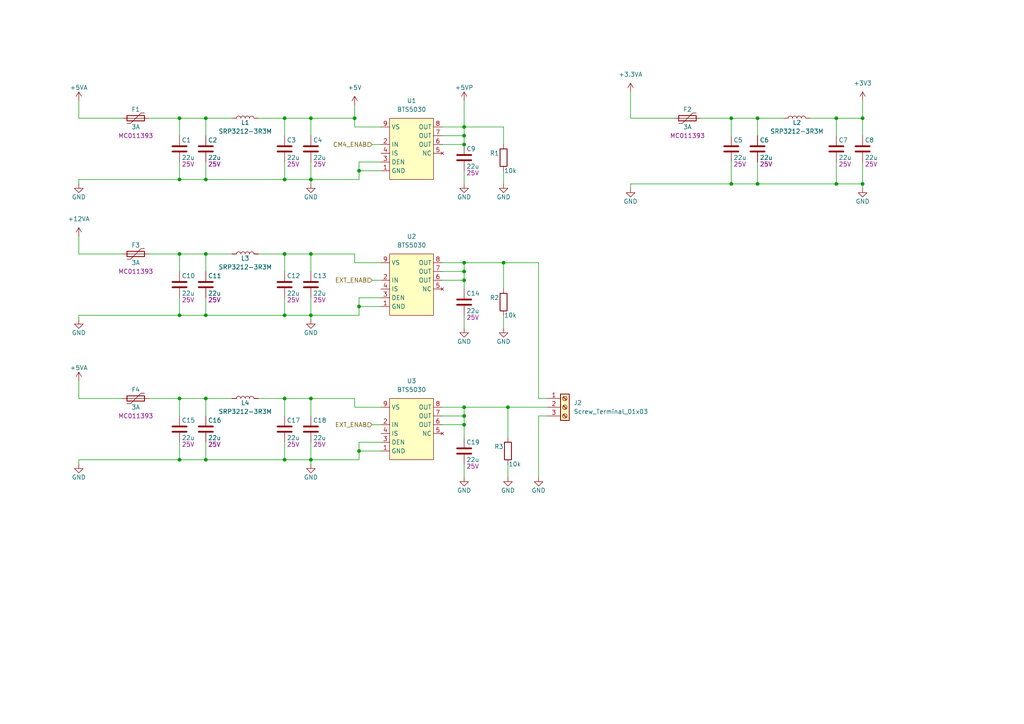
<source format=kicad_sch>
(kicad_sch (version 20211123) (generator eeschema)
  (paper "A4")
  (title_block (title "Cockpit CPU Card") (date "2023-01-21") (rev "A") (company "https://github.com/peterheinrich/DA20-C1-ProcedureTrainer") (comment 1 "Open Hardware") (comment 2 "License: CERN-OHL-P") (comment 3 "© 2023 by Peter Heinrich") (comment 4 "DA20 Hardware Cockpit Simulator Project"))
  (lib_symbols
    (symbol "00_LocalLib:BTS5030"
      (property "Reference" "U" (at 6.35 1.27 0))
      (property "Value" "BTS5030" (at 6.35 -19.05 0))
      (symbol "BTS5030_0_1"
        (rectangle (start 0 0) (end 12.7 -17.78) (fill (type background)))
      )
      (symbol "BTS5030_1_1"
        (pin power_in line (at -2.54 -15.24 0) (length 2.54) (name "GND") (number "1"))
        (pin input line (at -2.54 -7.62 0) (length 2.54) (name "IN") (number "2"))
        (pin input line (at -2.54 -12.7 0) (length 2.54) (name "DEN") (number "3"))
        (pin output line (at -2.54 -10.16 0) (length 2.54) (name "IS") (number "4"))
        (pin no_connect line (at 15.24 -10.16 180) (length 2.54) (name "NC") (number "5"))
        (pin power_in line (at 15.24 -7.62 180) (length 2.54) (name "OUT") (number "6"))
        (pin power_in line (at 15.24 -5.08 180) (length 2.54) (name "OUT") (number "7"))
        (pin power_in line (at 15.24 -2.54 180) (length 2.54) (name "OUT") (number "8"))
        (pin power_in line (at -2.54 -2.54 0) (length 2.54) (name "VS") (number "9"))
      )
    )
    (symbol "00_LocalLib:SRP3212-3R3M" (pin_numbers hide) (pin_names (offset 1.016) hide)
      (property "Reference" "L" (at -1.27 0 90))
      (property "Value" "SRP3212-3R3M" (at 1.905 0 90))
      (symbol "SRP3212-3R3M_0_1"
        (arc (start 0 -2.54) (mid 0.635 -1.905) (end 0 -1.27))
        (arc (start 0 -1.27) (mid 0.635 -0.635) (end 0 0))
        (arc (start 0 0) (mid 0.635 0.635) (end 0 1.27))
        (arc (start 0 1.27) (mid 0.635 1.905) (end 0 2.54))
      )
      (symbol "SRP3212-3R3M_1_1"
        (pin passive line (at 0 3.81 270) (length 1.27) (name "1") (number "1"))
        (pin passive line (at 0 -3.81 90) (length 1.27) (name "2") (number "2"))
      )
    )
    (symbol "BTS5030_1"
      (property "Reference" "U" (at 6.35 1.27 0))
      (property "Value" "BTS5030_1" (at 6.35 -19.05 0))
      (symbol "BTS5030_1_0_1"
        (rectangle (start 0 0) (end 12.7 -17.78) (fill (type background)))
      )
      (symbol "BTS5030_1_1_1"
        (pin power_in line (at -2.54 -15.24 0) (length 2.54) (name "GND") (number "1"))
        (pin input line (at -2.54 -7.62 0) (length 2.54) (name "IN") (number "2"))
        (pin input line (at -2.54 -12.7 0) (length 2.54) (name "DEN") (number "3"))
        (pin output line (at -2.54 -10.16 0) (length 2.54) (name "IS") (number "4"))
        (pin no_connect line (at 15.24 -10.16 180) (length 2.54) (name "NC") (number "5"))
        (pin power_in line (at 15.24 -7.62 180) (length 2.54) (name "OUT") (number "6"))
        (pin power_in line (at 15.24 -5.08 180) (length 2.54) (name "OUT") (number "7"))
        (pin power_in line (at 15.24 -2.54 180) (length 2.54) (name "OUT") (number "8"))
        (pin power_in line (at -2.54 -2.54 0) (length 2.54) (name "VS") (number "9"))
      )
    )
    (symbol "BTS5030_2"
      (property "Reference" "U" (at 6.35 1.27 0))
      (property "Value" "BTS5030_2" (at 6.35 -19.05 0))
      (symbol "BTS5030_2_0_1"
        (rectangle (start 0 0) (end 12.7 -17.78) (fill (type background)))
      )
      (symbol "BTS5030_2_1_1"
        (pin power_in line (at -2.54 -15.24 0) (length 2.54) (name "GND") (number "1"))
        (pin input line (at -2.54 -7.62 0) (length 2.54) (name "IN") (number "2"))
        (pin input line (at -2.54 -12.7 0) (length 2.54) (name "DEN") (number "3"))
        (pin output line (at -2.54 -10.16 0) (length 2.54) (name "IS") (number "4"))
        (pin no_connect line (at 15.24 -10.16 180) (length 2.54) (name "NC") (number "5"))
        (pin power_in line (at 15.24 -7.62 180) (length 2.54) (name "OUT") (number "6"))
        (pin power_in line (at 15.24 -5.08 180) (length 2.54) (name "OUT") (number "7"))
        (pin power_in line (at 15.24 -2.54 180) (length 2.54) (name "OUT") (number "8"))
        (pin power_in line (at -2.54 -2.54 0) (length 2.54) (name "VS") (number "9"))
      )
    )
    (symbol "Connector:Screw_Terminal_01x03" (pin_names (offset 1.016) hide)
      (property "Reference" "J" (at 0 5.08 0))
      (property "Value" "Screw_Terminal_01x03" (at 0 -5.08 0))
      (symbol "Screw_Terminal_01x03_1_1"
        (rectangle (start -1.27 3.81) (end 1.27 -3.81) (stroke (width 0.254)) (fill (type background)))
        (circle (center 0 -2.54) (radius 0.635) (stroke (width 0.1524)))
        (polyline (pts (xy -0.5334 -2.2098) (xy 0.3302 -3.048)) (stroke (width 0.1524)))
        (polyline (pts (xy -0.5334 0.3302) (xy 0.3302 -0.508)) (stroke (width 0.1524)))
        (polyline (pts (xy -0.5334 2.8702) (xy 0.3302 2.032)) (stroke (width 0.1524)))
        (polyline (pts (xy -0.3556 -2.032) (xy 0.508 -2.8702)) (stroke (width 0.1524)))
        (polyline (pts (xy -0.3556 0.508) (xy 0.508 -0.3302)) (stroke (width 0.1524)))
        (polyline (pts (xy -0.3556 3.048) (xy 0.508 2.2098)) (stroke (width 0.1524)))
        (circle (center 0 0) (radius 0.635) (stroke (width 0.1524)))
        (circle (center 0 2.54) (radius 0.635) (stroke (width 0.1524)))
        (pin passive line (at -5.08 2.54 0) (length 3.81) (name "Pin_1") (number "1"))
        (pin passive line (at -5.08 0 0) (length 3.81) (name "Pin_2") (number "2"))
        (pin passive line (at -5.08 -2.54 0) (length 3.81) (name "Pin_3") (number "3"))
      )
    )
    (symbol "Device:C" (pin_numbers hide) (pin_names (offset 0.254))
      (property "Reference" "C" (at 0.635 2.54 0))
      (property "Value" "C" (at 0.635 -2.54 0))
      (symbol "C_0_1"
        (polyline (pts (xy -2.032 -0.762) (xy 2.032 -0.762)) (stroke (width 0.508)))
        (polyline (pts (xy -2.032 0.762) (xy 2.032 0.762)) (stroke (width 0.508)))
      )
      (symbol "C_1_1"
        (pin passive line (at 0 3.81 270) (length 2.794) (name "~") (number "1"))
        (pin passive line (at 0 -3.81 90) (length 2.794) (name "~") (number "2"))
      )
    )
    (symbol "Device:Polyfuse" (pin_numbers hide) (pin_names (offset 0))
      (property "Reference" "F" (at -2.54 0 90))
      (property "Value" "Polyfuse" (at 2.54 0 90))
      (symbol "Polyfuse_0_1"
        (rectangle (start -0.762 2.54) (end 0.762 -2.54) (stroke (width 0.254)))
        (polyline (pts (xy 0 2.54) (xy 0 -2.54)))
        (polyline (pts (xy -1.524 2.54) (xy -1.524 1.524) (xy 1.524 -1.524) (xy 1.524 -2.54)))
      )
      (symbol "Polyfuse_1_1"
        (pin passive line (at 0 3.81 270) (length 1.27) (name "~") (number "1"))
        (pin passive line (at 0 -3.81 90) (length 1.27) (name "~") (number "2"))
      )
    )
    (symbol "Device:R" (pin_numbers hide) (pin_names (offset 0))
      (property "Reference" "R" (at 2.032 0 90))
      (property "Value" "R" (at 0 0 90))
      (symbol "R_0_1"
        (rectangle (start -1.016 -2.54) (end 1.016 2.54) (stroke (width 0.254)))
      )
      (symbol "R_1_1"
        (pin passive line (at 0 3.81 270) (length 1.27) (name "~") (number "1"))
        (pin passive line (at 0 -3.81 90) (length 1.27) (name "~") (number "2"))
      )
    )
    (symbol "power:+12VA" (power) (pin_names (offset 0))
      (property "Value" "+12VA" (at 0 3.556 0))
      (symbol "+12VA_0_1"
        (polyline (pts (xy -0.762 1.27) (xy 0 2.54)))
        (polyline (pts (xy 0 0) (xy 0 2.54)))
        (polyline (pts (xy 0 2.54) (xy 0.762 1.27)))
      )
      (symbol "+12VA_1_1"
        (pin power_in line (at 0 0 90) (length 0) hide (name "+12VA") (number "1"))
      )
    )
    (symbol "power:+3.3VA" (power) (pin_names (offset 0))
      (property "Value" "+3.3VA" (at 0 3.556 0))
      (symbol "+3.3VA_0_1"
        (polyline (pts (xy -0.762 1.27) (xy 0 2.54)))
        (polyline (pts (xy 0 0) (xy 0 2.54)))
        (polyline (pts (xy 0 2.54) (xy 0.762 1.27)))
      )
      (symbol "+3.3VA_1_1"
        (pin power_in line (at 0 0 90) (length 0) hide (name "+3.3VA") (number "1"))
      )
    )
    (symbol "power:+3V3" (power) (pin_names (offset 0))
      (property "Value" "+3V3" (at 0 3.556 0))
      (symbol "+3V3_0_1"
        (polyline (pts (xy -0.762 1.27) (xy 0 2.54)))
        (polyline (pts (xy 0 0) (xy 0 2.54)))
        (polyline (pts (xy 0 2.54) (xy 0.762 1.27)))
      )
      (symbol "+3V3_1_1"
        (pin power_in line (at 0 0 90) (length 0) hide (name "+3V3") (number "1"))
      )
    )
    (symbol "power:+5V" (power) (pin_names (offset 0))
      (property "Value" "+5V" (at 0 3.556 0))
      (symbol "+5V_0_1"
        (polyline (pts (xy -0.762 1.27) (xy 0 2.54)))
        (polyline (pts (xy 0 0) (xy 0 2.54)))
        (polyline (pts (xy 0 2.54) (xy 0.762 1.27)))
      )
      (symbol "+5V_1_1"
        (pin power_in line (at 0 0 90) (length 0) hide (name "+5V") (number "1"))
      )
    )
    (symbol "power:+5VA" (power) (pin_names (offset 0))
      (property "Value" "+5VA" (at 0 3.556 0))
      (symbol "+5VA_0_1"
        (polyline (pts (xy -0.762 1.27) (xy 0 2.54)))
        (polyline (pts (xy 0 0) (xy 0 2.54)))
        (polyline (pts (xy 0 2.54) (xy 0.762 1.27)))
      )
      (symbol "+5VA_1_1"
        (pin power_in line (at 0 0 90) (length 0) hide (name "+5VA") (number "1"))
      )
    )
    (symbol "power:+5VP" (power) (pin_names (offset 0))
      (property "Value" "+5VP" (at 0 3.556 0))
      (symbol "+5VP_0_1"
        (polyline (pts (xy -0.762 1.27) (xy 0 2.54)))
        (polyline (pts (xy 0 0) (xy 0 2.54)))
        (polyline (pts (xy 0 2.54) (xy 0.762 1.27)))
      )
      (symbol "+5VP_1_1"
        (pin power_in line (at 0 0 90) (length 0) hide (name "+5VP") (number "1"))
      )
    )
    (symbol "power:GND" (power) (pin_names (offset 0))
      (property "Value" "GND" (at 0 -3.81 0))
      (symbol "GND_0_1"
        (polyline (pts (xy 0 0) (xy 0 -1.27) (xy 1.27 -1.27) (xy 0 -2.54) (xy -1.27 -1.27) (xy 0 -1.27)))
      )
      (symbol "GND_1_1"
        (pin power_in line (at 0 0 270) (length 0) hide (name "GND") (number "1"))
      )
    )
  )
  (junction (at 52.07 115.57))
  (junction (at 146.05 76.2))
  (junction (at 82.55 34.29))
  (junction (at 134.62 78.74))
  (junction (at 104.14 49.53))
  (junction (at 52.07 34.29))
  (junction (at 90.17 52.07))
  (junction (at 52.07 52.07))
  (junction (at 212.09 53.34))
  (junction (at 90.17 73.66))
  (junction (at 104.14 130.81))
  (junction (at 59.69 91.44))
  (junction (at 82.55 73.66))
  (junction (at 90.17 133.35))
  (junction (at 250.19 34.29))
  (junction (at 82.55 133.35))
  (junction (at 82.55 91.44))
  (junction (at 59.69 133.35))
  (junction (at 59.69 115.57))
  (junction (at 52.07 73.66))
  (junction (at 134.62 76.2))
  (junction (at 242.57 53.34))
  (junction (at 242.57 34.29))
  (junction (at 134.62 36.83))
  (junction (at 134.62 118.11))
  (junction (at 52.07 91.44))
  (junction (at 59.69 73.66))
  (junction (at 134.62 39.37))
  (junction (at 59.69 34.29))
  (junction (at 219.71 34.29))
  (junction (at 90.17 115.57))
  (junction (at 250.19 53.34))
  (junction (at 102.87 34.29))
  (junction (at 212.09 34.29))
  (junction (at 82.55 115.57))
  (junction (at 104.14 88.9))
  (junction (at 90.17 91.44))
  (junction (at 219.71 53.34))
  (junction (at 59.69 52.07))
  (junction (at 134.62 120.65))
  (junction (at 134.62 81.28))
  (junction (at 147.32 118.11))
  (junction (at 52.07 133.35))
  (junction (at 134.62 41.91))
  (junction (at 134.62 123.19))
  (junction (at 90.17 34.29))
  (junction (at 82.55 52.07))
  (wire (pts (xy 90.17 128.27) (xy 90.17 133.35)))
  (wire (pts (xy 102.87 36.83) (xy 110.49 36.83)))
  (wire (pts (xy 59.69 91.44) (xy 52.07 91.44)))
  (wire (pts (xy 134.62 91.44) (xy 134.62 95.25)))
  (wire (pts (xy 82.55 52.07) (xy 59.69 52.07)))
  (wire (pts (xy 250.19 29.21) (xy 250.19 34.29)))
  (wire (pts (xy 90.17 46.99) (xy 90.17 52.07)))
  (wire (pts (xy 128.27 81.28) (xy 134.62 81.28)))
  (wire (pts (xy 59.69 128.27) (xy 59.69 133.35)))
  (wire (pts (xy 22.86 29.21) (xy 22.86 34.29)))
  (wire (pts (xy 242.57 34.29) (xy 242.57 39.37)))
  (wire (pts (xy 22.86 133.35) (xy 22.86 134.62)))
  (wire (pts (xy 52.07 73.66) (xy 59.69 73.66)))
  (wire (pts (xy 250.19 34.29) (xy 250.19 39.37)))
  (wire (pts (xy 43.18 73.66) (xy 52.07 73.66)))
  (wire (pts (xy 134.62 123.19) (xy 134.62 120.65)))
  (wire (pts (xy 146.05 91.44) (xy 146.05 95.25)))
  (wire (pts (xy 90.17 52.07) (xy 90.17 53.34)))
  (wire (pts (xy 90.17 52.07) (xy 104.14 52.07)))
  (wire (pts (xy 146.05 49.53) (xy 146.05 53.34)))
  (wire (pts (xy 43.18 34.29) (xy 52.07 34.29)))
  (wire (pts (xy 102.87 30.48) (xy 102.87 34.29)))
  (wire (pts (xy 250.19 46.99) (xy 250.19 53.34)))
  (wire (pts (xy 82.55 73.66) (xy 82.55 78.74)))
  (wire (pts (xy 128.27 36.83) (xy 134.62 36.83)))
  (wire (pts (xy 110.49 86.36) (xy 104.14 86.36)))
  (wire (pts (xy 110.49 88.9) (xy 104.14 88.9)))
  (wire (pts (xy 182.88 34.29) (xy 195.58 34.29)))
  (wire (pts (xy 22.86 52.07) (xy 22.86 53.34)))
  (wire (pts (xy 147.32 134.62) (xy 147.32 138.43)))
  (wire (pts (xy 182.88 53.34) (xy 212.09 53.34)))
  (wire (pts (xy 59.69 73.66) (xy 59.69 78.74)))
  (wire (pts (xy 134.62 78.74) (xy 134.62 76.2)))
  (wire (pts (xy 219.71 34.29) (xy 227.33 34.29)))
  (wire (pts (xy 110.49 130.81) (xy 104.14 130.81)))
  (wire (pts (xy 52.07 34.29) (xy 52.07 39.37)))
  (wire (pts (xy 212.09 34.29) (xy 212.09 39.37)))
  (wire (pts (xy 43.18 115.57) (xy 52.07 115.57)))
  (wire (pts (xy 212.09 34.29) (xy 219.71 34.29)))
  (wire (pts (xy 134.62 81.28) (xy 134.62 78.74)))
  (wire (pts (xy 90.17 115.57) (xy 90.17 120.65)))
  (wire (pts (xy 182.88 26.67) (xy 182.88 34.29)))
  (wire (pts (xy 128.27 76.2) (xy 134.62 76.2)))
  (wire (pts (xy 110.49 46.99) (xy 104.14 46.99)))
  (wire (pts (xy 107.95 81.28) (xy 110.49 81.28)))
  (wire (pts (xy 128.27 118.11) (xy 134.62 118.11)))
  (wire (pts (xy 134.62 134.62) (xy 134.62 138.43)))
  (wire (pts (xy 82.55 128.27) (xy 82.55 133.35)))
  (wire (pts (xy 82.55 34.29) (xy 82.55 39.37)))
  (wire (pts (xy 104.14 88.9) (xy 104.14 91.44)))
  (wire (pts (xy 104.14 128.27) (xy 104.14 130.81)))
  (wire (pts (xy 134.62 118.11) (xy 147.32 118.11)))
  (wire (pts (xy 128.27 78.74) (xy 134.62 78.74)))
  (wire (pts (xy 134.62 120.65) (xy 134.62 118.11)))
  (wire (pts (xy 242.57 53.34) (xy 219.71 53.34)))
  (wire (pts (xy 59.69 86.36) (xy 59.69 91.44)))
  (wire (pts (xy 74.93 115.57) (xy 82.55 115.57)))
  (wire (pts (xy 219.71 46.99) (xy 219.71 53.34)))
  (wire (pts (xy 146.05 36.83) (xy 146.05 41.91)))
  (wire (pts (xy 203.2 34.29) (xy 212.09 34.29)))
  (wire (pts (xy 90.17 133.35) (xy 90.17 134.62)))
  (wire (pts (xy 59.69 133.35) (xy 52.07 133.35)))
  (wire (pts (xy 250.19 53.34) (xy 250.19 54.61)))
  (wire (pts (xy 102.87 76.2) (xy 110.49 76.2)))
  (wire (pts (xy 82.55 73.66) (xy 90.17 73.66)))
  (wire (pts (xy 104.14 46.99) (xy 104.14 49.53)))
  (wire (pts (xy 52.07 115.57) (xy 52.07 120.65)))
  (wire (pts (xy 90.17 91.44) (xy 82.55 91.44)))
  (wire (pts (xy 146.05 76.2) (xy 156.21 76.2)))
  (wire (pts (xy 59.69 115.57) (xy 67.31 115.57)))
  (wire (pts (xy 219.71 53.34) (xy 212.09 53.34)))
  (wire (pts (xy 90.17 91.44) (xy 104.14 91.44)))
  (wire (pts (xy 52.07 115.57) (xy 59.69 115.57)))
  (wire (pts (xy 234.95 34.29) (xy 242.57 34.29)))
  (wire (pts (xy 134.62 36.83) (xy 134.62 29.21)))
  (wire (pts (xy 22.86 110.49) (xy 22.86 115.57)))
  (wire (pts (xy 102.87 118.11) (xy 110.49 118.11)))
  (wire (pts (xy 90.17 91.44) (xy 90.17 92.71)))
  (wire (pts (xy 52.07 34.29) (xy 59.69 34.29)))
  (wire (pts (xy 59.69 73.66) (xy 67.31 73.66)))
  (wire (pts (xy 156.21 115.57) (xy 156.21 76.2)))
  (wire (pts (xy 90.17 115.57) (xy 102.87 115.57)))
  (wire (pts (xy 82.55 115.57) (xy 82.55 120.65)))
  (wire (pts (xy 90.17 34.29) (xy 90.17 39.37)))
  (wire (pts (xy 59.69 52.07) (xy 52.07 52.07)))
  (wire (pts (xy 59.69 46.99) (xy 59.69 52.07)))
  (wire (pts (xy 134.62 41.91) (xy 134.62 39.37)))
  (wire (pts (xy 212.09 46.99) (xy 212.09 53.34)))
  (wire (pts (xy 182.88 53.34) (xy 182.88 54.61)))
  (wire (pts (xy 102.87 115.57) (xy 102.87 118.11)))
  (wire (pts (xy 242.57 46.99) (xy 242.57 53.34)))
  (wire (pts (xy 22.86 91.44) (xy 52.07 91.44)))
  (wire (pts (xy 52.07 128.27) (xy 52.07 133.35)))
  (wire (pts (xy 74.93 34.29) (xy 82.55 34.29)))
  (wire (pts (xy 147.32 118.11) (xy 158.75 118.11)))
  (wire (pts (xy 250.19 53.34) (xy 242.57 53.34)))
  (wire (pts (xy 107.95 41.91) (xy 110.49 41.91)))
  (wire (pts (xy 82.55 133.35) (xy 59.69 133.35)))
  (wire (pts (xy 128.27 39.37) (xy 134.62 39.37)))
  (wire (pts (xy 90.17 34.29) (xy 102.87 34.29)))
  (wire (pts (xy 22.86 91.44) (xy 22.86 92.71)))
  (wire (pts (xy 82.55 34.29) (xy 90.17 34.29)))
  (wire (pts (xy 242.57 34.29) (xy 250.19 34.29)))
  (wire (pts (xy 52.07 46.99) (xy 52.07 52.07)))
  (wire (pts (xy 158.75 115.57) (xy 156.21 115.57)))
  (wire (pts (xy 156.21 138.43) (xy 156.21 120.65)))
  (wire (pts (xy 134.62 39.37) (xy 134.62 36.83)))
  (wire (pts (xy 110.49 128.27) (xy 104.14 128.27)))
  (wire (pts (xy 104.14 130.81) (xy 104.14 133.35)))
  (wire (pts (xy 90.17 133.35) (xy 104.14 133.35)))
  (wire (pts (xy 22.86 34.29) (xy 35.56 34.29)))
  (wire (pts (xy 82.55 46.99) (xy 82.55 52.07)))
  (wire (pts (xy 134.62 76.2) (xy 146.05 76.2)))
  (wire (pts (xy 59.69 34.29) (xy 59.69 39.37)))
  (wire (pts (xy 146.05 83.82) (xy 146.05 76.2)))
  (wire (pts (xy 104.14 49.53) (xy 104.14 52.07)))
  (wire (pts (xy 104.14 86.36) (xy 104.14 88.9)))
  (wire (pts (xy 134.62 49.53) (xy 134.62 53.34)))
  (wire (pts (xy 90.17 73.66) (xy 102.87 73.66)))
  (wire (pts (xy 82.55 91.44) (xy 59.69 91.44)))
  (wire (pts (xy 22.86 73.66) (xy 35.56 73.66)))
  (wire (pts (xy 22.86 68.58) (xy 22.86 73.66)))
  (wire (pts (xy 82.55 86.36) (xy 82.55 91.44)))
  (wire (pts (xy 156.21 120.65) (xy 158.75 120.65)))
  (wire (pts (xy 90.17 86.36) (xy 90.17 91.44)))
  (wire (pts (xy 128.27 120.65) (xy 134.62 120.65)))
  (wire (pts (xy 147.32 118.11) (xy 147.32 127)))
  (wire (pts (xy 90.17 133.35) (xy 82.55 133.35)))
  (wire (pts (xy 59.69 34.29) (xy 67.31 34.29)))
  (wire (pts (xy 90.17 52.07) (xy 82.55 52.07)))
  (wire (pts (xy 82.55 115.57) (xy 90.17 115.57)))
  (wire (pts (xy 59.69 115.57) (xy 59.69 120.65)))
  (wire (pts (xy 128.27 123.19) (xy 134.62 123.19)))
  (wire (pts (xy 52.07 86.36) (xy 52.07 91.44)))
  (wire (pts (xy 134.62 123.19) (xy 134.62 127)))
  (wire (pts (xy 134.62 36.83) (xy 146.05 36.83)))
  (wire (pts (xy 128.27 41.91) (xy 134.62 41.91)))
  (wire (pts (xy 219.71 34.29) (xy 219.71 39.37)))
  (wire (pts (xy 22.86 133.35) (xy 52.07 133.35)))
  (wire (pts (xy 22.86 52.07) (xy 52.07 52.07)))
  (wire (pts (xy 22.86 115.57) (xy 35.56 115.57)))
  (wire (pts (xy 134.62 81.28) (xy 134.62 83.82)))
  (wire (pts (xy 107.95 123.19) (xy 110.49 123.19)))
  (wire (pts (xy 74.93 73.66) (xy 82.55 73.66)))
  (wire (pts (xy 102.87 34.29) (xy 102.87 36.83)))
  (wire (pts (xy 90.17 73.66) (xy 90.17 78.74)))
  (wire (pts (xy 52.07 73.66) (xy 52.07 78.74)))
  (wire (pts (xy 110.49 49.53) (xy 104.14 49.53)))
  (wire (pts (xy 102.87 73.66) (xy 102.87 76.2)))
  (hierarchical_label "EXT_ENAB" (shape input) (at 107.95 123.19 180))
  (hierarchical_label "CM4_ENAB" (shape input) (at 107.95 41.91 180))
  (hierarchical_label "EXT_ENAB" (shape input) (at 107.95 81.28 180))
  (symbol (lib_id "power:GND") (at 90.17 53.34 0) (unit 1)
    (property "Reference" "#PWR015" (effects hide))
    (property "Value" "GND" (at 90.17 57.15 0))
  )
  (symbol (lib_id "Device:Polyfuse") (at 199.39 34.29 270) (unit 1)
    (property "Reference" "F2" (at 199.39 31.75 90))
    (property "Value" "3A" (at 199.39 36.83 90))
    (property "Footprint" "Fuse:Fuse_2920_7451Metric" (effects hide))
    (property "Datasheet" "https://www.farnell.com/datasheets/2793111.pdf" (effects hide))
    (property "MPN" "MC011393" (at 199.39 39.37 90))
    (property "ON_FARNELL" "3020672" (effects hide))
  )
  (symbol (lib_id "Device:C") (at 90.17 43.18 0) (unit 1)
    (property "Reference" "C4" (at 90.805 40.64 0) (effects (justify left)))
    (property "Value" "22u" (at 90.805 45.72 0) (effects (justify left)))
    (property "Footprint" "Capacitor_SMD:C_1206_3216Metric" (effects hide))
    (property "Datasheet" "https://www.farnell.com/datasheets/2710709.pdf" (effects hide))
    (property "Vmax" "25V" (at 90.805 47.625 0) (effects (justify left)))
    (property "MPN" "CL31A226KAHNNNE" (effects hide))
    (property "ON_FARNELL" "3013515" (effects hide))
  )
  (symbol (lib_id "00_LocalLib:SRP3212-3R3M") (at 71.12 34.29 90) (unit 1)
    (property "Reference" "L1" (at 71.12 35.56 90))
    (property "Value" "SRP3212-3R3M" (at 71.12 38.1 90))
    (property "Footprint" "00_LocalLib:L_Bourns-SRP3212" (effects hide))
    (property "Datasheet" "https://www.bourns.com/docs/product-datasheets/SRP3212.pdf" (effects hide))
    (property "MPN" "SRP3212-3R3M" (effects hide))
    (property "ON_FARNELL" "3974271" (effects hide))
  )
  (symbol (lib_id "Device:C") (at 212.09 43.18 0) (unit 1)
    (property "Reference" "C5" (at 212.725 40.64 0) (effects (justify left)))
    (property "Value" "22u" (at 212.725 45.72 0) (effects (justify left)))
    (property "Footprint" "Capacitor_SMD:C_1206_3216Metric" (effects hide))
    (property "Datasheet" "https://www.farnell.com/datasheets/2710709.pdf" (effects hide))
    (property "Vmax" "25V" (at 212.725 47.625 0) (effects (justify left)))
    (property "MPN" "CL31A226KAHNNNE" (effects hide))
    (property "ON_FARNELL" "3013515" (effects hide))
  )
  (symbol (lib_id "power:GND") (at 22.86 53.34 0) (unit 1)
    (property "Reference" "#PWR014" (effects hide))
    (property "Value" "GND" (at 22.86 57.15 0))
  )
  (symbol (lib_id "power:GND") (at 90.17 134.62 0) (unit 1)
    (property "Reference" "#PWR027" (effects hide))
    (property "Value" "GND" (at 90.17 138.43 0))
  )
  (symbol (lib_name "BTS5030_2") (lib_id "00_LocalLib:BTS5030") (at 113.03 73.66 0) (unit 1)
    (property "Reference" "U2" (at 119.38 68.58 0))
    (property "Value" "BTS5030" (at 119.38 71.12 0))
    (property "Footprint" "Package_SO:Infineon_PG-DSO-8-43" (effects hide))
    (property "Datasheet" "https://www.farnell.com/datasheets/1932162.pdf" (effects hide))
    (property "MPN" "BTS50301EJAXUMA1" (effects hide))
    (property "ON_FARNELL" "2480570" (effects hide))
  )
  (symbol (lib_id "Device:R") (at 147.32 130.81 0) (mirror y) (unit 1)
    (property "Reference" "R3" (at 146.05 129.54 0) (effects (justify left)))
    (property "Value" "10k" (at 151.13 134.62 0) (effects (justify left)))
    (property "Footprint" "Resistor_SMD:R_0603_1608Metric" (effects hide))
    (property "MPN" "MCMR06X103 JTL" (effects hide))
    (property "ON_FARNELL" "2073356" (effects hide))
  )
  (symbol (lib_id "power:GND") (at 156.21 138.43 0) (unit 1)
    (property "Reference" "#PWR030" (effects hide))
    (property "Value" "GND" (at 156.21 142.24 0))
  )
  (symbol (lib_id "power:GND") (at 182.88 54.61 0) (unit 1)
    (property "Reference" "#PWR018" (effects hide))
    (property "Value" "GND" (at 182.88 58.42 0))
  )
  (symbol (lib_id "Device:C") (at 90.17 82.55 0) (unit 1)
    (property "Reference" "C13" (at 90.805 80.01 0) (effects (justify left)))
    (property "Value" "22u" (at 90.805 85.09 0) (effects (justify left)))
    (property "Footprint" "Capacitor_SMD:C_1206_3216Metric" (effects hide))
    (property "Datasheet" "https://www.farnell.com/datasheets/2710709.pdf" (effects hide))
    (property "Vmax" "25V" (at 90.805 86.995 0) (effects (justify left)))
    (property "MPN" "CL31A226KAHNNNE" (effects hide))
    (property "ON_FARNELL" "3013515" (effects hide))
  )
  (symbol (lib_id "Device:C") (at 82.55 124.46 0) (unit 1)
    (property "Reference" "C17" (at 83.185 121.92 0) (effects (justify left)))
    (property "Value" "22u" (at 83.185 127 0) (effects (justify left)))
    (property "Footprint" "Capacitor_SMD:C_1206_3216Metric" (effects hide))
    (property "Datasheet" "https://www.farnell.com/datasheets/2710709.pdf" (effects hide))
    (property "Vmax" "25V" (at 83.185 128.905 0) (effects (justify left)))
    (property "MPN" "CL31A226KAHNNNE" (effects hide))
    (property "ON_FARNELL" "3013515" (effects hide))
  )
  (symbol (lib_id "Device:C") (at 134.62 130.81 0) (unit 1)
    (property "Reference" "C19" (at 135.255 128.27 0) (effects (justify left)))
    (property "Value" "22u" (at 135.255 133.35 0) (effects (justify left)))
    (property "Footprint" "Capacitor_SMD:C_1206_3216Metric" (effects hide))
    (property "Datasheet" "https://www.farnell.com/datasheets/2710709.pdf" (effects hide))
    (property "Vmax" "25V" (at 135.255 135.255 0) (effects (justify left)))
    (property "MPN" "CL31A226KAHNNNE" (effects hide))
    (property "ON_FARNELL" "3013515" (effects hide))
  )
  (symbol (lib_id "power:+3.3VA") (at 182.88 26.67 0) (unit 1)
    (property "Reference" "#PWR09" (effects hide))
    (property "Value" "+3.3VA" (at 182.88 21.59 0))
  )
  (symbol (lib_id "power:+5VP") (at 134.62 29.21 0) (unit 1)
    (property "Reference" "#PWR011" (effects hide))
    (property "Value" "+5VP" (at 134.62 25.4 0))
  )
  (symbol (lib_id "Device:C") (at 219.71 43.18 0) (unit 1)
    (property "Reference" "C6" (at 220.345 40.64 0) (effects (justify left)))
    (property "Value" "22u" (at 220.345 45.72 0) (effects (justify left)))
    (property "Footprint" "Capacitor_SMD:C_1206_3216Metric" (effects hide))
    (property "Datasheet" "https://www.farnell.com/datasheets/2710709.pdf" (effects hide))
    (property "Vmax" "25V" (at 220.345 47.625 0) (effects (justify left)))
    (property "MPN" "CL31A226KAHNNNE" (effects hide))
    (property "ON_FARNELL" "3013515" (effects hide))
  )
  (symbol (lib_id "Device:R") (at 146.05 87.63 0) (mirror y) (unit 1)
    (property "Reference" "R2" (at 144.78 86.36 0) (effects (justify left)))
    (property "Value" "10k" (at 149.86 91.44 0) (effects (justify left)))
    (property "Footprint" "Resistor_SMD:R_0603_1608Metric" (effects hide))
    (property "MPN" "MCMR06X103 JTL" (effects hide))
    (property "ON_FARNELL" "2073356" (effects hide))
  )
  (symbol (lib_id "Device:C") (at 242.57 43.18 0) (unit 1)
    (property "Reference" "C7" (at 243.205 40.64 0) (effects (justify left)))
    (property "Value" "22u" (at 243.205 45.72 0) (effects (justify left)))
    (property "Footprint" "Capacitor_SMD:C_1206_3216Metric" (effects hide))
    (property "Datasheet" "https://www.farnell.com/datasheets/2710709.pdf" (effects hide))
    (property "Vmax" "25V" (at 243.205 47.625 0) (effects (justify left)))
    (property "MPN" "CL31A226KAHNNNE" (effects hide))
    (property "ON_FARNELL" "3013515" (effects hide))
  )
  (symbol (lib_id "00_LocalLib:SRP3212-3R3M") (at 71.12 73.66 90) (unit 1)
    (property "Reference" "L3" (at 71.12 74.93 90))
    (property "Value" "SRP3212-3R3M" (at 71.12 77.47 90))
    (property "Footprint" "00_LocalLib:L_Bourns-SRP3212" (effects hide))
    (property "Datasheet" "https://www.bourns.com/docs/product-datasheets/SRP3212.pdf" (effects hide))
    (property "MPN" "SRP3212-3R3M" (effects hide))
    (property "ON_FARNELL" "3974271" (effects hide))
  )
  (symbol (lib_id "power:GND") (at 134.62 53.34 0) (unit 1)
    (property "Reference" "#PWR016" (effects hide))
    (property "Value" "GND" (at 134.62 57.15 0))
  )
  (symbol (lib_id "power:GND") (at 134.62 95.25 0) (unit 1)
    (property "Reference" "#PWR023" (effects hide))
    (property "Value" "GND" (at 134.62 99.06 0))
  )
  (symbol (lib_id "Device:C") (at 250.19 43.18 0) (unit 1)
    (property "Reference" "C8" (at 250.825 40.64 0) (effects (justify left)))
    (property "Value" "22u" (at 250.825 45.72 0) (effects (justify left)))
    (property "Footprint" "Capacitor_SMD:C_1206_3216Metric" (effects hide))
    (property "Datasheet" "https://www.farnell.com/datasheets/2710709.pdf" (effects hide))
    (property "Vmax" "25V" (at 250.825 47.625 0) (effects (justify left)))
    (property "MPN" "CL31A226KAHNNNE" (effects hide))
    (property "ON_FARNELL" "3013515" (effects hide))
  )
  (symbol (lib_id "Device:R") (at 146.05 45.72 0) (mirror y) (unit 1)
    (property "Reference" "R1" (at 144.78 44.45 0) (effects (justify left)))
    (property "Value" "10k" (at 149.86 49.53 0) (effects (justify left)))
    (property "Footprint" "Resistor_SMD:R_0603_1608Metric" (effects hide))
    (property "MPN" "MCMR06X103 JTL" (effects hide))
    (property "ON_FARNELL" "2073356" (effects hide))
  )
  (symbol (lib_id "power:GND") (at 22.86 134.62 0) (unit 1)
    (property "Reference" "#PWR026" (effects hide))
    (property "Value" "GND" (at 22.86 138.43 0))
  )
  (symbol (lib_name "BTS5030_1") (lib_id "00_LocalLib:BTS5030") (at 113.03 34.29 0) (unit 1)
    (property "Reference" "U1" (at 119.38 29.21 0))
    (property "Value" "BTS5030" (at 119.38 31.75 0))
    (property "Footprint" "Package_SO:Infineon_PG-DSO-8-43" (effects hide))
    (property "Datasheet" "https://www.farnell.com/datasheets/1932162.pdf" (effects hide))
    (property "MPN" "BTS50301EJAXUMA1" (effects hide))
    (property "ON_FARNELL" "2480570" (effects hide))
  )
  (symbol (lib_id "power:+5V") (at 102.87 30.48 0) (unit 1)
    (property "Reference" "#PWR013" (effects hide))
    (property "Value" "+5V" (at 102.87 25.4 0))
  )
  (symbol (lib_id "power:+12VA") (at 22.86 68.58 0) (unit 1)
    (property "Reference" "#PWR020" (effects hide))
    (property "Value" "+12VA" (at 22.86 63.5 0))
  )
  (symbol (lib_id "Device:C") (at 52.07 124.46 0) (unit 1)
    (property "Reference" "C15" (at 52.705 121.92 0) (effects (justify left)))
    (property "Value" "22u" (at 52.705 127 0) (effects (justify left)))
    (property "Footprint" "Capacitor_SMD:C_1206_3216Metric" (effects hide))
    (property "Datasheet" "https://www.farnell.com/datasheets/2710709.pdf" (effects hide))
    (property "Vmax" "25V" (at 52.705 128.905 0) (effects (justify left)))
    (property "MPN" "CL31A226KAHNNNE" (effects hide))
    (property "ON_FARNELL" "3013515" (effects hide))
  )
  (symbol (lib_id "Device:C") (at 52.07 43.18 0) (unit 1)
    (property "Reference" "C1" (at 52.705 40.64 0) (effects (justify left)))
    (property "Value" "22u" (at 52.705 45.72 0) (effects (justify left)))
    (property "Footprint" "Capacitor_SMD:C_1206_3216Metric" (effects hide))
    (property "Datasheet" "https://www.farnell.com/datasheets/2710709.pdf" (effects hide))
    (property "Vmax" "25V" (at 52.705 47.625 0) (effects (justify left)))
    (property "MPN" "CL31A226KAHNNNE" (effects hide))
    (property "ON_FARNELL" "3013515" (effects hide))
  )
  (symbol (lib_id "00_LocalLib:BTS5030") (at 113.03 115.57 0) (unit 1)
    (property "Reference" "U3" (at 119.38 110.49 0))
    (property "Value" "BTS5030" (at 119.38 113.03 0))
    (property "Footprint" "Package_SO:Infineon_PG-DSO-8-43" (effects hide))
    (property "Datasheet" "https://www.farnell.com/datasheets/1932162.pdf" (effects hide))
    (property "MPN" "BTS50301EJAXUMA1" (effects hide))
    (property "ON_FARNELL" "2480570" (effects hide))
  )
  (symbol (lib_id "Device:Polyfuse") (at 39.37 34.29 270) (unit 1)
    (property "Reference" "F1" (at 39.37 31.75 90))
    (property "Value" "3A" (at 39.37 36.83 90))
    (property "Footprint" "Fuse:Fuse_2920_7451Metric" (effects hide))
    (property "Datasheet" "https://www.farnell.com/datasheets/2793111.pdf" (effects hide))
    (property "MPN" "MC011393" (at 39.37 39.37 90))
    (property "ON_FARNELL" "3020672" (effects hide))
  )
  (symbol (lib_id "Device:C") (at 82.55 82.55 0) (unit 1)
    (property "Reference" "C12" (at 83.185 80.01 0) (effects (justify left)))
    (property "Value" "22u" (at 83.185 85.09 0) (effects (justify left)))
    (property "Footprint" "Capacitor_SMD:C_1206_3216Metric" (effects hide))
    (property "Datasheet" "https://www.farnell.com/datasheets/2710709.pdf" (effects hide))
    (property "Vmax" "25V" (at 83.185 86.995 0) (effects (justify left)))
    (property "MPN" "CL31A226KAHNNNE" (effects hide))
    (property "ON_FARNELL" "3013515" (effects hide))
  )
  (symbol (lib_id "Device:C") (at 59.69 82.55 0) (unit 1)
    (property "Reference" "C11" (at 60.325 80.01 0) (effects (justify left)))
    (property "Value" "22u" (at 60.325 85.09 0) (effects (justify left)))
    (property "Footprint" "Capacitor_SMD:C_1206_3216Metric" (effects hide))
    (property "Datasheet" "https://www.farnell.com/datasheets/2710709.pdf" (effects hide))
    (property "Vmax" "25V" (at 60.325 86.995 0) (effects (justify left)))
    (property "MPN" "CL31A226KAHNNNE" (effects hide))
    (property "ON_FARNELL" "3013515" (effects hide))
  )
  (symbol (lib_id "power:GND") (at 134.62 138.43 0) (unit 1)
    (property "Reference" "#PWR028" (effects hide))
    (property "Value" "GND" (at 134.62 142.24 0))
  )
  (symbol (lib_id "Device:Polyfuse") (at 39.37 73.66 270) (unit 1)
    (property "Reference" "F3" (at 39.37 71.12 90))
    (property "Value" "3A" (at 39.37 76.2 90))
    (property "Footprint" "Fuse:Fuse_2920_7451Metric" (effects hide))
    (property "Datasheet" "https://www.farnell.com/datasheets/2793111.pdf" (effects hide))
    (property "MPN" "MC011393" (at 39.37 78.74 90))
    (property "ON_FARNELL" "3020672" (effects hide))
  )
  (symbol (lib_id "00_LocalLib:SRP3212-3R3M") (at 231.14 34.29 90) (unit 1)
    (property "Reference" "L2" (at 231.14 35.56 90))
    (property "Value" "SRP3212-3R3M" (at 231.14 38.1 90))
    (property "Footprint" "00_LocalLib:L_Bourns-SRP3212" (effects hide))
    (property "Datasheet" "https://www.bourns.com/docs/product-datasheets/SRP3212.pdf" (effects hide))
    (property "MPN" "SRP3212-3R3M" (effects hide))
    (property "ON_FARNELL" "3974271" (effects hide))
  )
  (symbol (lib_id "Device:C") (at 134.62 87.63 0) (unit 1)
    (property "Reference" "C14" (at 135.255 85.09 0) (effects (justify left)))
    (property "Value" "22u" (at 135.255 90.17 0) (effects (justify left)))
    (property "Footprint" "Capacitor_SMD:C_1206_3216Metric" (effects hide))
    (property "Datasheet" "https://www.farnell.com/datasheets/2710709.pdf" (effects hide))
    (property "Vmax" "25V" (at 135.255 92.075 0) (effects (justify left)))
    (property "MPN" "CL31A226KAHNNNE" (effects hide))
    (property "ON_FARNELL" "3013515" (effects hide))
  )
  (symbol (lib_id "Device:C") (at 59.69 124.46 0) (unit 1)
    (property "Reference" "C16" (at 60.325 121.92 0) (effects (justify left)))
    (property "Value" "22u" (at 60.325 127 0) (effects (justify left)))
    (property "Footprint" "Capacitor_SMD:C_1206_3216Metric" (effects hide))
    (property "Datasheet" "https://www.farnell.com/datasheets/2710709.pdf" (effects hide))
    (property "Vmax" "25V" (at 60.325 128.905 0) (effects (justify left)))
    (property "MPN" "CL31A226KAHNNNE" (effects hide))
    (property "ON_FARNELL" "3013515" (effects hide))
  )
  (symbol (lib_id "Device:C") (at 59.69 43.18 0) (unit 1)
    (property "Reference" "C2" (at 60.325 40.64 0) (effects (justify left)))
    (property "Value" "22u" (at 60.325 45.72 0) (effects (justify left)))
    (property "Footprint" "Capacitor_SMD:C_1206_3216Metric" (effects hide))
    (property "Datasheet" "https://www.farnell.com/datasheets/2710709.pdf" (effects hide))
    (property "Vmax" "25V" (at 60.325 47.625 0) (effects (justify left)))
    (property "MPN" "CL31A226KAHNNNE" (effects hide))
    (property "ON_FARNELL" "3013515" (effects hide))
  )
  (symbol (lib_id "Connector:Screw_Terminal_01x03") (at 163.83 118.11 0) (unit 1)
    (property "Reference" "J2" (at 166.37 116.8399 0) (effects (justify left)))
    (property "Value" "Screw_Terminal_01x03" (at 166.37 119.3799 0) (effects (justify left)))
    (property "Footprint" "TerminalBlock_Phoenix:TerminalBlock_Phoenix_MKDS-1,5-3-5.08_1x03_P5.08mm_Horizontal" (effects hide))
    (property "MPN" "MC000035" (effects hide))
    (property "ON_FARNELL" "2008005" (effects hide))
  )
  (symbol (lib_id "power:GND") (at 22.86 92.71 0) (unit 1)
    (property "Reference" "#PWR021" (effects hide))
    (property "Value" "GND" (at 22.86 96.52 0))
  )
  (symbol (lib_id "00_LocalLib:SRP3212-3R3M") (at 71.12 115.57 90) (unit 1)
    (property "Reference" "L4" (at 71.12 116.84 90))
    (property "Value" "SRP3212-3R3M" (at 71.12 119.38 90))
    (property "Footprint" "00_LocalLib:L_Bourns-SRP3212" (effects hide))
    (property "Datasheet" "https://www.bourns.com/docs/product-datasheets/SRP3212.pdf" (effects hide))
    (property "MPN" "SRP3212-3R3M" (effects hide))
    (property "ON_FARNELL" "3974271" (effects hide))
  )
  (symbol (lib_id "power:GND") (at 146.05 95.25 0) (unit 1)
    (property "Reference" "#PWR024" (effects hide))
    (property "Value" "GND" (at 146.05 99.06 0))
  )
  (symbol (lib_id "Device:Polyfuse") (at 39.37 115.57 270) (unit 1)
    (property "Reference" "F4" (at 39.37 113.03 90))
    (property "Value" "3A" (at 39.37 118.11 90))
    (property "Footprint" "Fuse:Fuse_2920_7451Metric" (effects hide))
    (property "Datasheet" "https://www.farnell.com/datasheets/2793111.pdf" (effects hide))
    (property "MPN" "MC011393" (at 39.37 120.65 90))
    (property "ON_FARNELL" "3020672" (effects hide))
  )
  (symbol (lib_id "Device:C") (at 82.55 43.18 0) (unit 1)
    (property "Reference" "C3" (at 83.185 40.64 0) (effects (justify left)))
    (property "Value" "22u" (at 83.185 45.72 0) (effects (justify left)))
    (property "Footprint" "Capacitor_SMD:C_1206_3216Metric" (effects hide))
    (property "Datasheet" "https://www.farnell.com/datasheets/2710709.pdf" (effects hide))
    (property "Vmax" "25V" (at 83.185 47.625 0) (effects (justify left)))
    (property "MPN" "CL31A226KAHNNNE" (effects hide))
    (property "ON_FARNELL" "3013515" (effects hide))
  )
  (symbol (lib_id "power:GND") (at 90.17 92.71 0) (unit 1)
    (property "Reference" "#PWR022" (effects hide))
    (property "Value" "GND" (at 90.17 96.52 0))
  )
  (symbol (lib_id "power:+5VA") (at 22.86 29.21 0) (unit 1)
    (property "Reference" "#PWR010" (effects hide))
    (property "Value" "+5VA" (at 22.86 25.4 0))
  )
  (symbol (lib_id "power:+5VA") (at 22.86 110.49 0) (unit 1)
    (property "Reference" "#PWR025" (effects hide))
    (property "Value" "+5VA" (at 22.86 106.68 0))
  )
  (symbol (lib_id "power:GND") (at 146.05 53.34 0) (unit 1)
    (property "Reference" "#PWR017" (effects hide))
    (property "Value" "GND" (at 146.05 57.15 0))
  )
  (symbol (lib_id "Device:C") (at 134.62 45.72 0) (unit 1)
    (property "Reference" "C9" (at 135.255 43.18 0) (effects (justify left)))
    (property "Value" "22u" (at 135.255 48.26 0) (effects (justify left)))
    (property "Footprint" "Capacitor_SMD:C_1206_3216Metric" (effects hide))
    (property "Datasheet" "https://www.farnell.com/datasheets/2710709.pdf" (effects hide))
    (property "Vmax" "25V" (at 135.255 50.165 0) (effects (justify left)))
    (property "MPN" "CL31A226KAHNNNE" (effects hide))
    (property "ON_FARNELL" "3013515" (effects hide))
  )
  (symbol (lib_id "power:GND") (at 250.19 54.61 0) (unit 1)
    (property "Reference" "#PWR019" (effects hide))
    (property "Value" "GND" (at 250.19 58.42 0))
  )
  (symbol (lib_id "Device:C") (at 90.17 124.46 0) (unit 1)
    (property "Reference" "C18" (at 90.805 121.92 0) (effects (justify left)))
    (property "Value" "22u" (at 90.805 127 0) (effects (justify left)))
    (property "Footprint" "Capacitor_SMD:C_1206_3216Metric" (effects hide))
    (property "Datasheet" "https://www.farnell.com/datasheets/2710709.pdf" (effects hide))
    (property "Vmax" "25V" (at 90.805 128.905 0) (effects (justify left)))
    (property "MPN" "CL31A226KAHNNNE" (effects hide))
    (property "ON_FARNELL" "3013515" (effects hide))
  )
  (symbol (lib_id "power:+3V3") (at 250.19 29.21 0) (unit 1)
    (property "Reference" "#PWR012" (effects hide))
    (property "Value" "+3V3" (at 250.19 24.13 0))
  )
  (symbol (lib_id "power:GND") (at 147.32 138.43 0) (unit 1)
    (property "Reference" "#PWR029" (effects hide))
    (property "Value" "GND" (at 147.32 142.24 0))
  )
  (symbol (lib_id "Device:C") (at 52.07 82.55 0) (unit 1)
    (property "Reference" "C10" (at 52.705 80.01 0) (effects (justify left)))
    (property "Value" "22u" (at 52.705 85.09 0) (effects (justify left)))
    (property "Footprint" "Capacitor_SMD:C_1206_3216Metric" (effects hide))
    (property "Datasheet" "https://www.farnell.com/datasheets/2710709.pdf" (effects hide))
    (property "Vmax" "25V" (at 52.705 86.995 0) (effects (justify left)))
    (property "MPN" "CL31A226KAHNNNE" (effects hide))
    (property "ON_FARNELL" "3013515" (effects hide))
  )
)
</source>
